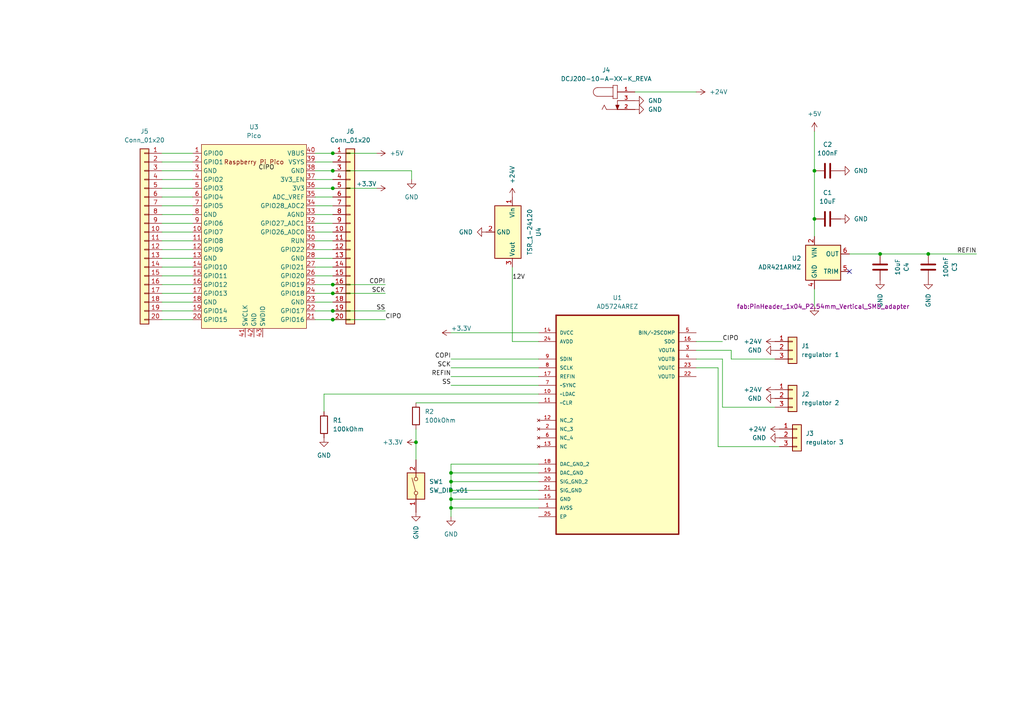
<source format=kicad_sch>
(kicad_sch (version 20231120) (generator "eeschema") (generator_version "8.0")
  (paper "A4")
  (lib_symbols
    (symbol "AD5724AREZ:AD5724AREZ" (pin_names (offset 1.016))
      (property "Reference" "U" (at -4.8514 29.8196 0))
      (property "Value" "AD5724AREZ" (at -11.6332 -39.6748 0))
      (symbol "AD5724AREZ_0_0"
        (rectangle (start -17.78 -35.56) (end 17.78 27.94) (stroke (width 0.4064)) (fill (type background)))
        (pin power_in line (at -22.86 -27.94 0) (length 5.08) (name "AVSS") (number "1"))
        (pin input line (at -22.86 5.08 0) (length 5.08) (name "~LDAC") (number "10"))
        (pin input line (at -22.86 2.54 0) (length 5.08) (name "~CLR") (number "11"))
        (pin no_connect line (at -22.86 -2.54 0) (length 5.08) (name "NC_2") (number "12"))
        (pin no_connect line (at -22.86 -10.16 0) (length 5.08) (name "NC") (number "13"))
        (pin power_in line (at -22.86 22.86 0) (length 5.08) (name "DVCC") (number "14"))
        (pin passive line (at -22.86 -25.4 0) (length 5.08) (name "GND") (number "15"))
        (pin output line (at 22.86 20.32 180) (length 5.08) (name "SDO") (number "16"))
        (pin input line (at -22.86 10.16 0) (length 5.08) (name "REFIN") (number "17"))
        (pin passive line (at -22.86 -15.24 0) (length 5.08) (name "DAC_GND_2") (number "18"))
        (pin passive line (at -22.86 -17.78 0) (length 5.08) (name "DAC_GND") (number "19"))
        (pin no_connect line (at -22.86 -5.08 0) (length 5.08) (name "NC_3") (number "2"))
        (pin passive line (at -22.86 -20.32 0) (length 5.08) (name "SIG_GND_2") (number "20"))
        (pin passive line (at -22.86 -22.86 0) (length 5.08) (name "SIG_GND") (number "21"))
        (pin output line (at 22.86 10.16 180) (length 5.08) (name "VOUTD") (number "22"))
        (pin output line (at 22.86 12.7 180) (length 5.08) (name "VOUTC") (number "23"))
        (pin power_in line (at -22.86 20.32 0) (length 5.08) (name "AVDD") (number "24"))
        (pin passive line (at -22.86 -30.48 0) (length 5.08) (name "EP") (number "25"))
        (pin output line (at 22.86 17.78 180) (length 5.08) (name "VOUTA") (number "3"))
        (pin output line (at 22.86 15.24 180) (length 5.08) (name "VOUTB") (number "4"))
        (pin output line (at 22.86 22.86 180) (length 5.08) (name "BIN/~2SCOMP") (number "5"))
        (pin no_connect line (at -22.86 -7.62 0) (length 5.08) (name "NC_4") (number "6"))
        (pin input line (at -22.86 7.62 0) (length 5.08) (name "~SYNC") (number "7"))
        (pin input line (at -22.86 12.7 0) (length 5.08) (name "SCLK") (number "8"))
        (pin input line (at -22.86 15.24 0) (length 5.08) (name "SDIN") (number "9"))
      )
    )
    (symbol "Connector_Generic:Conn_01x03" (pin_names (offset 1.016) hide)
      (property "Reference" "J" (at 0 5.08 0))
      (property "Value" "Conn_01x03" (at 0 -5.08 0))
      (symbol "Conn_01x03_1_1"
        (rectangle (start -1.27 -2.413) (end 0 -2.667) (stroke (width 0.1524)))
        (rectangle (start -1.27 0.127) (end 0 -0.127) (stroke (width 0.1524)))
        (rectangle (start -1.27 2.667) (end 0 2.413) (stroke (width 0.1524)))
        (rectangle (start -1.27 3.81) (end 1.27 -3.81) (stroke (width 0.254)) (fill (type background)))
        (pin passive line (at -5.08 2.54 0) (length 3.81) (name "Pin_1") (number "1"))
        (pin passive line (at -5.08 0 0) (length 3.81) (name "Pin_2") (number "2"))
        (pin passive line (at -5.08 -2.54 0) (length 3.81) (name "Pin_3") (number "3"))
      )
    )
    (symbol "Connector_Generic:Conn_01x20" (pin_names (offset 1.016) hide)
      (property "Reference" "J" (at 0 25.4 0))
      (property "Value" "Conn_01x20" (at 0 -27.94 0))
      (symbol "Conn_01x20_1_1"
        (rectangle (start -1.27 -25.273) (end 0 -25.527) (stroke (width 0.1524)))
        (rectangle (start -1.27 -22.733) (end 0 -22.987) (stroke (width 0.1524)))
        (rectangle (start -1.27 -20.193) (end 0 -20.447) (stroke (width 0.1524)))
        (rectangle (start -1.27 -17.653) (end 0 -17.907) (stroke (width 0.1524)))
        (rectangle (start -1.27 -15.113) (end 0 -15.367) (stroke (width 0.1524)))
        (rectangle (start -1.27 -12.573) (end 0 -12.827) (stroke (width 0.1524)))
        (rectangle (start -1.27 -10.033) (end 0 -10.287) (stroke (width 0.1524)))
        (rectangle (start -1.27 -7.493) (end 0 -7.747) (stroke (width 0.1524)))
        (rectangle (start -1.27 -4.953) (end 0 -5.207) (stroke (width 0.1524)))
        (rectangle (start -1.27 -2.413) (end 0 -2.667) (stroke (width 0.1524)))
        (rectangle (start -1.27 0.127) (end 0 -0.127) (stroke (width 0.1524)))
        (rectangle (start -1.27 2.667) (end 0 2.413) (stroke (width 0.1524)))
        (rectangle (start -1.27 5.207) (end 0 4.953) (stroke (width 0.1524)))
        (rectangle (start -1.27 7.747) (end 0 7.493) (stroke (width 0.1524)))
        (rectangle (start -1.27 10.287) (end 0 10.033) (stroke (width 0.1524)))
        (rectangle (start -1.27 12.827) (end 0 12.573) (stroke (width 0.1524)))
        (rectangle (start -1.27 15.367) (end 0 15.113) (stroke (width 0.1524)))
        (rectangle (start -1.27 17.907) (end 0 17.653) (stroke (width 0.1524)))
        (rectangle (start -1.27 20.447) (end 0 20.193) (stroke (width 0.1524)))
        (rectangle (start -1.27 22.987) (end 0 22.733) (stroke (width 0.1524)))
        (rectangle (start -1.27 24.13) (end 1.27 -26.67) (stroke (width 0.254)) (fill (type background)))
        (pin passive line (at -5.08 22.86 0) (length 3.81) (name "Pin_1") (number "1"))
        (pin passive line (at -5.08 0 0) (length 3.81) (name "Pin_10") (number "10"))
        (pin passive line (at -5.08 -2.54 0) (length 3.81) (name "Pin_11") (number "11"))
        (pin passive line (at -5.08 -5.08 0) (length 3.81) (name "Pin_12") (number "12"))
        (pin passive line (at -5.08 -7.62 0) (length 3.81) (name "Pin_13") (number "13"))
        (pin passive line (at -5.08 -10.16 0) (length 3.81) (name "Pin_14") (number "14"))
        (pin passive line (at -5.08 -12.7 0) (length 3.81) (name "Pin_15") (number "15"))
        (pin passive line (at -5.08 -15.24 0) (length 3.81) (name "Pin_16") (number "16"))
        (pin passive line (at -5.08 -17.78 0) (length 3.81) (name "Pin_17") (number "17"))
        (pin passive line (at -5.08 -20.32 0) (length 3.81) (name "Pin_18") (number "18"))
        (pin passive line (at -5.08 -22.86 0) (length 3.81) (name "Pin_19") (number "19"))
        (pin passive line (at -5.08 20.32 0) (length 3.81) (name "Pin_2") (number "2"))
        (pin passive line (at -5.08 -25.4 0) (length 3.81) (name "Pin_20") (number "20"))
        (pin passive line (at -5.08 17.78 0) (length 3.81) (name "Pin_3") (number "3"))
        (pin passive line (at -5.08 15.24 0) (length 3.81) (name "Pin_4") (number "4"))
        (pin passive line (at -5.08 12.7 0) (length 3.81) (name "Pin_5") (number "5"))
        (pin passive line (at -5.08 10.16 0) (length 3.81) (name "Pin_6") (number "6"))
        (pin passive line (at -5.08 7.62 0) (length 3.81) (name "Pin_7") (number "7"))
        (pin passive line (at -5.08 5.08 0) (length 3.81) (name "Pin_8") (number "8"))
        (pin passive line (at -5.08 2.54 0) (length 3.81) (name "Pin_9") (number "9"))
      )
    )
    (symbol "DCJ200-10-A-XX-K_REVA:DCJ200-10-A-XX-K_REVA" (pin_names (offset 1.016))
      (property "Reference" "J" (at -7.6272 5.0848 0))
      (property "Value" "DCJ200-10-A-XX-K_REVA" (at -7.6313 -5.0875 0))
      (symbol "DCJ200-10-A-XX-K_REVA_0_0"
        (arc (start -5.715 3.81) (mid -6.9795 2.54) (end -5.715 1.27) (stroke (width 0.1524)))
        (polyline (pts (xy -5.715 3.81) (xy -1.27 3.81)) (stroke (width 0.1524)))
        (polyline (pts (xy -3.81 -1.27) (xy -4.445 -2.54)) (stroke (width 0.1524)))
        (polyline (pts (xy -3.175 -2.54) (xy -3.81 -1.27)) (stroke (width 0.1524)))
        (polyline (pts (xy -1.27 0.635) (xy 0 0.635)) (stroke (width 0.1524)))
        (polyline (pts (xy -1.27 1.27) (xy -5.715 1.27)) (stroke (width 0.1524)))
        (polyline (pts (xy -1.27 1.27) (xy -1.27 0.635)) (stroke (width 0.1524)))
        (polyline (pts (xy -1.27 3.81) (xy -1.27 1.27)) (stroke (width 0.1524)))
        (polyline (pts (xy -1.27 4.445) (xy -1.27 3.81)) (stroke (width 0.1524)))
        (polyline (pts (xy 0 -2.54) (xy -3.175 -2.54)) (stroke (width 0.1524)))
        (polyline (pts (xy 0 0) (xy 0 -2.54)) (stroke (width 0.1524)))
        (polyline (pts (xy 0 0.635) (xy 0 4.445)) (stroke (width 0.1524)))
        (polyline (pts (xy 0 4.445) (xy -1.27 4.445)) (stroke (width 0.1524)))
        (polyline (pts (xy 0 -2.54) (xy -0.508 -1.27) (xy 0.508 -1.27) (xy 0 -2.54)) (stroke (width 0.1524)) (fill (type outline)))
        (pin passive line (at 5.08 2.54 180) (length 5.08) (name "~") (number "1"))
        (pin passive line (at 5.08 -2.54 180) (length 5.08) (name "~") (number "2"))
        (pin passive line (at 5.08 0 180) (length 5.08) (name "~") (number "3"))
      )
    )
    (symbol "Device:C" (pin_numbers hide) (pin_names (offset 0.254))
      (property "Reference" "C" (at 0.635 2.54 0))
      (property "Value" "C" (at 0.635 -2.54 0))
      (symbol "C_0_1"
        (polyline (pts (xy -2.032 -0.762) (xy 2.032 -0.762)) (stroke (width 0.508)))
        (polyline (pts (xy -2.032 0.762) (xy 2.032 0.762)) (stroke (width 0.508)))
      )
      (symbol "C_1_1"
        (pin passive line (at 0 3.81 270) (length 2.794) (name "~") (number "1"))
        (pin passive line (at 0 -3.81 90) (length 2.794) (name "~") (number "2"))
      )
    )
    (symbol "Device:R" (pin_numbers hide) (pin_names (offset 0))
      (property "Reference" "R" (at 2.032 0 90))
      (property "Value" "R" (at 0 0 90))
      (symbol "R_0_1"
        (rectangle (start -1.016 -2.54) (end 1.016 2.54) (stroke (width 0.254)))
      )
      (symbol "R_1_1"
        (pin passive line (at 0 3.81 270) (length 1.27) (name "~") (number "1"))
        (pin passive line (at 0 -3.81 90) (length 1.27) (name "~") (number "2"))
      )
    )
    (symbol "MCU_RaspberryPi_and_Boards:Pico"
      (property "Reference" "U" (at -13.97 27.94 0))
      (property "Value" "Pico" (at 0 19.05 0))
      (symbol "Pico_0_0"
        (text "Raspberry Pi Pico" (at 0 21.59 0) (effects (font (size 1.27 1.27))))
      )
      (symbol "Pico_0_1"
        (rectangle (start -15.24 26.67) (end 15.24 -26.67) (fill (type background)))
      )
      (symbol "Pico_1_1"
        (pin bidirectional line (at -17.78 24.13 0) (length 2.54) (name "GPIO0") (number "1"))
        (pin bidirectional line (at -17.78 1.27 0) (length 2.54) (name "GPIO7") (number "10"))
        (pin bidirectional line (at -17.78 -1.27 0) (length 2.54) (name "GPIO8") (number "11"))
        (pin bidirectional line (at -17.78 -3.81 0) (length 2.54) (name "GPIO9") (number "12"))
        (pin power_in line (at -17.78 -6.35 0) (length 2.54) (name "GND") (number "13"))
        (pin bidirectional line (at -17.78 -8.89 0) (length 2.54) (name "GPIO10") (number "14"))
        (pin bidirectional line (at -17.78 -11.43 0) (length 2.54) (name "GPIO11") (number "15"))
        (pin bidirectional line (at -17.78 -13.97 0) (length 2.54) (name "GPIO12") (number "16"))
        (pin bidirectional line (at -17.78 -16.51 0) (length 2.54) (name "GPIO13") (number "17"))
        (pin power_in line (at -17.78 -19.05 0) (length 2.54) (name "GND") (number "18"))
        (pin bidirectional line (at -17.78 -21.59 0) (length 2.54) (name "GPIO14") (number "19"))
        (pin bidirectional line (at -17.78 21.59 0) (length 2.54) (name "GPIO1") (number "2"))
        (pin bidirectional line (at -17.78 -24.13 0) (length 2.54) (name "GPIO15") (number "20"))
        (pin bidirectional line (at 17.78 -24.13 180) (length 2.54) (name "GPIO16") (number "21"))
        (pin bidirectional line (at 17.78 -21.59 180) (length 2.54) (name "GPIO17") (number "22"))
        (pin power_in line (at 17.78 -19.05 180) (length 2.54) (name "GND") (number "23"))
        (pin bidirectional line (at 17.78 -16.51 180) (length 2.54) (name "GPIO18") (number "24"))
        (pin bidirectional line (at 17.78 -13.97 180) (length 2.54) (name "GPIO19") (number "25"))
        (pin bidirectional line (at 17.78 -11.43 180) (length 2.54) (name "GPIO20") (number "26"))
        (pin bidirectional line (at 17.78 -8.89 180) (length 2.54) (name "GPIO21") (number "27"))
        (pin power_in line (at 17.78 -6.35 180) (length 2.54) (name "GND") (number "28"))
        (pin bidirectional line (at 17.78 -3.81 180) (length 2.54) (name "GPIO22") (number "29"))
        (pin power_in line (at -17.78 19.05 0) (length 2.54) (name "GND") (number "3"))
        (pin input line (at 17.78 -1.27 180) (length 2.54) (name "RUN") (number "30"))
        (pin bidirectional line (at 17.78 1.27 180) (length 2.54) (name "GPIO26_ADC0") (number "31"))
        (pin bidirectional line (at 17.78 3.81 180) (length 2.54) (name "GPIO27_ADC1") (number "32"))
        (pin power_in line (at 17.78 6.35 180) (length 2.54) (name "AGND") (number "33"))
        (pin bidirectional line (at 17.78 8.89 180) (length 2.54) (name "GPIO28_ADC2") (number "34"))
        (pin power_in line (at 17.78 11.43 180) (length 2.54) (name "ADC_VREF") (number "35"))
        (pin power_in line (at 17.78 13.97 180) (length 2.54) (name "3V3") (number "36"))
        (pin input line (at 17.78 16.51 180) (length 2.54) (name "3V3_EN") (number "37"))
        (pin bidirectional line (at 17.78 19.05 180) (length 2.54) (name "GND") (number "38"))
        (pin power_in line (at 17.78 21.59 180) (length 2.54) (name "VSYS") (number "39"))
        (pin bidirectional line (at -17.78 16.51 0) (length 2.54) (name "GPIO2") (number "4"))
        (pin power_in line (at 17.78 24.13 180) (length 2.54) (name "VBUS") (number "40"))
        (pin input line (at -2.54 -29.21 90) (length 2.54) (name "SWCLK") (number "41"))
        (pin power_in line (at 0 -29.21 90) (length 2.54) (name "GND") (number "42"))
        (pin bidirectional line (at 2.54 -29.21 90) (length 2.54) (name "SWDIO") (number "43"))
        (pin bidirectional line (at -17.78 13.97 0) (length 2.54) (name "GPIO3") (number "5"))
        (pin bidirectional line (at -17.78 11.43 0) (length 2.54) (name "GPIO4") (number "6"))
        (pin bidirectional line (at -17.78 8.89 0) (length 2.54) (name "GPIO5") (number "7"))
        (pin power_in line (at -17.78 6.35 0) (length 2.54) (name "GND") (number "8"))
        (pin bidirectional line (at -17.78 3.81 0) (length 2.54) (name "GPIO6") (number "9"))
      )
    )
    (symbol "Reference_Voltage:ADR421ARMZ"
      (property "Reference" "U" (at 0 6.35 0))
      (property "Value" "ADR421ARMZ" (at 3.81 -6.35 0))
      (symbol "ADR421ARMZ_0_1"
        (rectangle (start 5.08 -5.08) (end -5.08 5.08) (stroke (width 0.254)) (fill (type background)))
        (pin no_connect line (at -5.08 0 0) (length 2.54) hide (name "TP") (number "1"))
        (pin power_in line (at -2.54 7.62 270) (length 2.54) (name "VIN") (number "2"))
        (pin no_connect line (at 5.08 0 180) (length 2.54) hide (name "NC") (number "3"))
        (pin power_in line (at -2.54 -7.62 90) (length 2.54) (name "GND") (number "4"))
        (pin passive line (at 7.62 -2.54 180) (length 2.54) (name "TRIM") (number "5"))
        (pin output line (at 7.62 2.54 180) (length 2.54) (name "OUT") (number "6"))
        (pin no_connect line (at -5.08 2.54 0) (length 2.54) hide (name "NC") (number "7"))
        (pin no_connect line (at -5.08 -2.54 0) (length 2.54) hide (name "TP") (number "8"))
      )
    )
    (symbol "Regulator_Switching:TSR_1-24120"
      (property "Reference" "U" (at -7.62 6.35 0))
      (property "Value" "TSR_1-24120" (at -1.27 6.35 0))
      (symbol "TSR_1-24120_0_1"
        (rectangle (start -7.62 5.08) (end 7.62 -2.54) (stroke (width 0.254)) (fill (type background)))
      )
      (symbol "TSR_1-24120_1_1"
        (pin power_in line (at -10.16 2.54 0) (length 2.54) (name "Vin") (number "1"))
        (pin power_in line (at 0 -5.08 90) (length 2.54) (name "GND") (number "2"))
        (pin power_out line (at 10.16 2.54 180) (length 2.54) (name "Vout") (number "3"))
      )
    )
    (symbol "Switch:SW_DIP_x01" (pin_names (offset 0) hide)
      (property "Reference" "SW" (at 0 3.81 0))
      (property "Value" "SW_DIP_x01" (at 0 -3.81 0))
      (symbol "SW_DIP_x01_0_0"
        (circle (center -2.032 0) (radius 0.508))
        (polyline (pts (xy -1.524 0.127) (xy 2.3622 1.1684)))
        (circle (center 2.032 0) (radius 0.508))
      )
      (symbol "SW_DIP_x01_0_1"
        (rectangle (start -3.81 2.54) (end 3.81 -2.54) (stroke (width 0.254)) (fill (type background)))
      )
      (symbol "SW_DIP_x01_1_1"
        (pin passive line (at -7.62 0 0) (length 5.08) (name "~") (number "1"))
        (pin passive line (at 7.62 0 180) (length 5.08) (name "~") (number "2"))
      )
    )
    (symbol "power:+24V" (power) (pin_names (offset 0))
      (property "Value" "+24V" (at 0 3.556 0))
      (symbol "+24V_0_1"
        (polyline (pts (xy -0.762 1.27) (xy 0 2.54)))
        (polyline (pts (xy 0 0) (xy 0 2.54)))
        (polyline (pts (xy 0 2.54) (xy 0.762 1.27)))
      )
      (symbol "+24V_1_1"
        (pin power_in line (at 0 0 90) (length 0) hide (name "+24V") (number "1"))
      )
    )
    (symbol "power:+3.3V" (power) (pin_names (offset 0))
      (property "Value" "+3.3V" (at 0 3.556 0))
      (symbol "+3.3V_0_1"
        (polyline (pts (xy -0.762 1.27) (xy 0 2.54)))
        (polyline (pts (xy 0 0) (xy 0 2.54)))
        (polyline (pts (xy 0 2.54) (xy 0.762 1.27)))
      )
      (symbol "+3.3V_1_1"
        (pin power_in line (at 0 0 90) (length 0) hide (name "+3.3V") (number "1"))
      )
    )
    (symbol "power:+5V" (power) (pin_names (offset 0))
      (property "Value" "+5V" (at 0 3.556 0))
      (symbol "+5V_0_1"
        (polyline (pts (xy -0.762 1.27) (xy 0 2.54)))
        (polyline (pts (xy 0 0) (xy 0 2.54)))
        (polyline (pts (xy 0 2.54) (xy 0.762 1.27)))
      )
      (symbol "+5V_1_1"
        (pin power_in line (at 0 0 90) (length 0) hide (name "+5V") (number "1"))
      )
    )
    (symbol "power:GND" (power) (pin_names (offset 0))
      (property "Value" "GND" (at 0 -3.81 0))
      (symbol "GND_0_1"
        (polyline (pts (xy 0 0) (xy 0 -1.27) (xy 1.27 -1.27) (xy 0 -2.54) (xy -1.27 -1.27) (xy 0 -1.27)))
      )
      (symbol "GND_1_1"
        (pin power_in line (at 0 0 270) (length 0) hide (name "GND") (number "1"))
      )
    )
  )
  (junction (at 130.81 142.24))
  (junction (at 130.81 137.16))
  (junction (at 236.22 63.5))
  (junction (at 96.52 82.55))
  (junction (at 96.52 85.09))
  (junction (at 269.24 73.66))
  (junction (at 96.52 54.61))
  (junction (at 120.65 128.27))
  (junction (at 236.22 49.53))
  (junction (at 96.52 49.53))
  (junction (at 255.27 73.66))
  (junction (at 96.52 92.71))
  (junction (at 130.81 139.7))
  (junction (at 96.52 44.45))
  (junction (at 96.52 90.17))
  (junction (at 130.81 147.32))
  (junction (at 130.81 144.78))
  (no_connect (at 246.38 78.74))
  (wire (pts (xy 201.93 106.68) (xy 208.28 106.68)))
  (wire (pts (xy 236.22 38.1) (xy 236.22 49.53)))
  (wire (pts (xy 209.55 104.14) (xy 209.55 118.11)))
  (wire (pts (xy 91.44 49.53) (xy 96.52 49.53)))
  (wire (pts (xy 46.99 57.15) (xy 55.88 57.15)))
  (wire (pts (xy 156.21 99.06) (xy 148.59 99.06)))
  (wire (pts (xy 96.52 85.09) (xy 111.76 85.09)))
  (wire (pts (xy 246.38 73.66) (xy 255.27 73.66)))
  (wire (pts (xy 130.81 104.14) (xy 156.21 104.14)))
  (wire (pts (xy 46.99 74.93) (xy 55.88 74.93)))
  (wire (pts (xy 269.24 73.66) (xy 283.21 73.66)))
  (wire (pts (xy 130.81 142.24) (xy 156.21 142.24)))
  (wire (pts (xy 156.21 116.84) (xy 120.65 116.84)))
  (wire (pts (xy 96.52 54.61) (xy 109.22 54.61)))
  (wire (pts (xy 46.99 59.69) (xy 55.88 59.69)))
  (wire (pts (xy 156.21 144.78) (xy 130.81 144.78)))
  (wire (pts (xy 91.44 44.45) (xy 96.52 44.45)))
  (wire (pts (xy 91.44 85.09) (xy 96.52 85.09)))
  (wire (pts (xy 91.44 92.71) (xy 96.52 92.71)))
  (wire (pts (xy 156.21 96.52) (xy 130.81 96.52)))
  (wire (pts (xy 46.99 67.31) (xy 55.88 67.31)))
  (wire (pts (xy 96.52 82.55) (xy 111.76 82.55)))
  (wire (pts (xy 46.99 54.61) (xy 55.88 54.61)))
  (wire (pts (xy 46.99 90.17) (xy 55.88 90.17)))
  (wire (pts (xy 91.44 46.99) (xy 96.52 46.99)))
  (wire (pts (xy 236.22 63.5) (xy 236.22 68.58)))
  (wire (pts (xy 120.65 128.27) (xy 120.65 133.35)))
  (wire (pts (xy 208.28 106.68) (xy 208.28 129.54)))
  (wire (pts (xy 93.98 114.3) (xy 93.98 119.38)))
  (wire (pts (xy 201.93 104.14) (xy 209.55 104.14)))
  (wire (pts (xy 156.21 147.32) (xy 130.81 147.32)))
  (wire (pts (xy 201.93 99.06) (xy 209.55 99.06)))
  (wire (pts (xy 91.44 57.15) (xy 96.52 57.15)))
  (wire (pts (xy 91.44 74.93) (xy 96.52 74.93)))
  (wire (pts (xy 91.44 52.07) (xy 96.52 52.07)))
  (wire (pts (xy 46.99 85.09) (xy 55.88 85.09)))
  (wire (pts (xy 91.44 64.77) (xy 96.52 64.77)))
  (wire (pts (xy 96.52 49.53) (xy 119.38 49.53)))
  (wire (pts (xy 46.99 69.85) (xy 55.88 69.85)))
  (wire (pts (xy 156.21 114.3) (xy 93.98 114.3)))
  (wire (pts (xy 46.99 87.63) (xy 55.88 87.63)))
  (wire (pts (xy 46.99 64.77) (xy 55.88 64.77)))
  (wire (pts (xy 91.44 69.85) (xy 96.52 69.85)))
  (wire (pts (xy 96.52 44.45) (xy 109.22 44.45)))
  (wire (pts (xy 156.21 134.62) (xy 130.81 134.62)))
  (wire (pts (xy 46.99 46.99) (xy 55.88 46.99)))
  (wire (pts (xy 255.27 73.66) (xy 269.24 73.66)))
  (wire (pts (xy 130.81 109.22) (xy 156.21 109.22)))
  (wire (pts (xy 96.52 92.71) (xy 111.76 92.71)))
  (wire (pts (xy 91.44 72.39) (xy 96.52 72.39)))
  (wire (pts (xy 91.44 67.31) (xy 96.52 67.31)))
  (wire (pts (xy 91.44 90.17) (xy 96.52 90.17)))
  (wire (pts (xy 46.99 62.23) (xy 55.88 62.23)))
  (wire (pts (xy 96.52 90.17) (xy 111.76 90.17)))
  (wire (pts (xy 120.65 124.46) (xy 120.65 128.27)))
  (wire (pts (xy 224.79 104.14) (xy 212.09 104.14)))
  (wire (pts (xy 130.81 137.16) (xy 130.81 139.7)))
  (wire (pts (xy 130.81 139.7) (xy 130.81 142.24)))
  (wire (pts (xy 130.81 106.68) (xy 156.21 106.68)))
  (wire (pts (xy 46.99 92.71) (xy 55.88 92.71)))
  (wire (pts (xy 130.81 147.32) (xy 130.81 149.86)))
  (wire (pts (xy 91.44 82.55) (xy 96.52 82.55)))
  (wire (pts (xy 91.44 87.63) (xy 96.52 87.63)))
  (wire (pts (xy 130.81 139.7) (xy 156.21 139.7)))
  (wire (pts (xy 130.81 111.76) (xy 156.21 111.76)))
  (wire (pts (xy 46.99 72.39) (xy 55.88 72.39)))
  (wire (pts (xy 46.99 82.55) (xy 55.88 82.55)))
  (wire (pts (xy 46.99 80.01) (xy 55.88 80.01)))
  (wire (pts (xy 212.09 101.6) (xy 201.93 101.6)))
  (wire (pts (xy 212.09 104.14) (xy 212.09 101.6)))
  (wire (pts (xy 184.15 26.67) (xy 201.93 26.67)))
  (wire (pts (xy 91.44 80.01) (xy 96.52 80.01)))
  (wire (pts (xy 91.44 62.23) (xy 96.52 62.23)))
  (wire (pts (xy 46.99 77.47) (xy 55.88 77.47)))
  (wire (pts (xy 130.81 142.24) (xy 130.81 144.78)))
  (wire (pts (xy 236.22 49.53) (xy 236.22 63.5)))
  (wire (pts (xy 208.28 129.54) (xy 226.06 129.54)))
  (wire (pts (xy 130.81 144.78) (xy 130.81 147.32)))
  (wire (pts (xy 46.99 44.45) (xy 55.88 44.45)))
  (wire (pts (xy 46.99 49.53) (xy 55.88 49.53)))
  (wire (pts (xy 91.44 54.61) (xy 96.52 54.61)))
  (wire (pts (xy 209.55 118.11) (xy 224.79 118.11)))
  (wire (pts (xy 130.81 134.62) (xy 130.81 137.16)))
  (wire (pts (xy 148.59 77.47) (xy 148.59 99.06)))
  (wire (pts (xy 91.44 77.47) (xy 96.52 77.47)))
  (wire (pts (xy 119.38 49.53) (xy 119.38 52.07)))
  (wire (pts (xy 91.44 59.69) (xy 96.52 59.69)))
  (wire (pts (xy 236.22 83.82) (xy 236.22 88.9)))
  (wire (pts (xy 130.81 137.16) (xy 156.21 137.16)))
  (wire (pts (xy 46.99 52.07) (xy 55.88 52.07)))
  (label "REFIN" (at 130.81 109.22 180))
  (label "CIPO" (at 74.93 49.53 0))
  (label "SCK" (at 111.76 85.09 180))
  (label "12V" (at 148.59 81.28 0))
  (label "SCK" (at 130.81 106.68 180))
  (label "SS" (at 111.76 90.17 180))
  (label "CIPO" (at 111.76 92.71 0))
  (label "REFIN" (at 283.21 73.66 180))
  (label "CIPO" (at 209.55 99.06 0))
  (label "COPI" (at 130.81 104.14 180))
  (label "SS" (at 130.81 111.76 180))
  (label "COPI" (at 111.76 82.55 180))
  (symbol (lib_id "power:+5V") (at 236.22 38.1 0) (unit 1)
    (property "Reference" "#PWR07" (effects (hide yes)))
    (property "Value" "+5V" (at 236.22 33.02 0))
  )
  (symbol (lib_id "Device:C") (at 240.03 63.5 270) (unit 1)
    (property "Reference" "C1" (at 240.03 55.88 90))
    (property "Value" "10uF" (at 240.03 58.42 90))
    (property "Footprint" "Capacitor_SMD:C_0805_2012Metric_Pad1.18x1.45mm_HandSolder" (effects (hide yes)))
  )
  (symbol (lib_id "power:GND") (at 184.15 29.21 90) (unit 1)
    (property "Reference" "#PWR022" (effects (hide yes)))
    (property "Value" "GND" (at 187.96 29.21 90) (effects (justify right)))
  )
  (symbol (lib_id "Device:C") (at 240.03 49.53 270) (unit 1)
    (property "Reference" "C2" (at 240.03 41.91 90))
    (property "Value" "100nF" (at 240.03 44.45 90))
    (property "Footprint" "Capacitor_SMD:C_0805_2012Metric_Pad1.18x1.45mm_HandSolder" (effects (hide yes)))
  )
  (symbol (lib_id "Device:R") (at 120.65 120.65 0) (unit 1)
    (property "Reference" "R2" (at 123.19 119.38 0) (effects (justify left)))
    (property "Value" "100kOhm" (at 123.19 121.92 0) (effects (justify left)))
    (property "Footprint" "Resistor_SMD:R_0805_2012Metric_Pad1.20x1.40mm_HandSolder" (effects (hide yes)))
  )
  (symbol (lib_id "power:GND") (at 120.65 148.59 0) (unit 1)
    (property "Reference" "#PWR06" (effects (hide yes)))
    (property "Value" "GND" (at 120.65 152.4 90) (effects (justify right)))
  )
  (symbol (lib_id "power:GND") (at 255.27 81.28 0) (unit 1)
    (property "Reference" "#PWR011" (effects (hide yes)))
    (property "Value" "GND" (at 255.27 85.09 90) (effects (justify right)))
  )
  (symbol (lib_id "power:+3.3V") (at 120.65 128.27 90) (unit 1)
    (property "Reference" "#PWR020" (effects (hide yes)))
    (property "Value" "+3.3V" (at 116.84 128.27 90) (effects (justify left)))
  )
  (symbol (lib_id "power:GND") (at 224.79 115.57 270) (unit 1)
    (property "Reference" "#PWR014" (effects (hide yes)))
    (property "Value" "GND" (at 220.98 115.57 90) (effects (justify right)))
  )
  (symbol (lib_id "Device:C") (at 269.24 77.47 180) (unit 1)
    (property "Reference" "C3" (at 276.86 77.47 90))
    (property "Value" "100nF" (at 274.32 77.47 90))
    (property "Footprint" "Capacitor_SMD:C_0805_2012Metric_Pad1.18x1.45mm_HandSolder" (effects (hide yes)))
  )
  (symbol (lib_id "power:+24V") (at 226.06 124.46 90) (unit 1)
    (property "Reference" "#PWR026" (effects (hide yes)))
    (property "Value" "+24V" (at 222.25 124.46 90) (effects (justify left)))
  )
  (symbol (lib_id "DCJ200-10-A-XX-K_REVA:DCJ200-10-A-XX-K_REVA") (at 179.07 29.21 0) (unit 1)
    (property "Reference" "J4" (at 175.8342 20.32 0))
    (property "Value" "DCJ200-10-A-XX-K_REVA" (at 175.8342 22.86 0))
    (property "Footprint" "DCJ200-10-A-XX-K_REVA:GCT_DCJ200-10-A-XX-K_REVA" (effects (hide yes)))
    (property "Description" "\nPower Barrel Connector Jack 2.05mm ID (0.081), 5.50mm OD (0.217) Through Hole, Right Angle\n" (effects (hide yes)))
    (property "MF" "Global Connector Technology" (effects (hide yes)))
    (property "MAXIMUM_PACKAGE_HEIGHT" "11 mm" (effects (hide yes)))
    (property "Package" "None" (effects (hide yes)))
    (property "Price" "None" (effects (hide yes)))
    (property "Check_prices" "https://www.snapeda.com/parts/DCJ200-10-A-K1-K/Global+Connector+Technology/view-part/?ref=eda" (effects (hide yes)))
    (property "STANDARD" "Manufacturer Recommendations" (effects (hide yes)))
    (property "PARTREV" "A" (effects (hide yes)))
    (property "SnapEDA_Link" "https://www.snapeda.com/parts/DCJ200-10-A-K1-K/Global+Connector+Technology/view-part/?ref=snap" (effects (hide yes)))
    (property "MP" "DCJ200-10-A-K1-K" (effects (hide yes)))
    (property "Purchase-URL" "https://www.snapeda.com/api/url_track_click_mouser/?unipart_id=641259&manufacturer=Global Connector Technology&part_name=DCJ200-10-A-K1-K&search_term=None" (effects (hide yes)))
    (property "MANUFACTURER" "Global Connector Technology" (effects (hide yes)))
    (property "Availability" "Not in stock" (effects (hide yes)))
    (property "SNAPEDA_PN" "DCJ200-10-A-K1-K" (effects (hide yes)))
  )
  (symbol (lib_id "power:GND") (at 243.84 63.5 90) (unit 1)
    (property "Reference" "#PWR09" (effects (hide yes)))
    (property "Value" "GND" (at 247.65 63.5 90) (effects (justify right)))
  )
  (symbol (lib_id "AD5724AREZ:AD5724AREZ") (at 179.07 119.38 0) (unit 1)
    (property "Reference" "U1" (at 179.07 86.36 0))
    (property "Value" "AD5724AREZ" (at 179.07 88.9 0))
    (property "Footprint" "fab:PinHeader_1x12_P2.54mm_Vertical_SMD_adapter" (effects (hide yes)))
    (property "Description" "\nComplete, Quad, 12-Bit, Serial Input, Unipolar/Bipolar Voltage Output DACs\n" (effects (hide yes)))
    (property "MF" "Analog Devices" (effects (hide yes)))
    (property "PACKAGE" "TSSOP-24" (effects (hide yes)))
    (property "MPN" "AD5724AREZ" (effects (hide yes)))
    (property "Price" "None" (effects (hide yes)))
    (property "Package" "TSSOP -24 Analog Devices" (effects (hide yes)))
    (property "OC_FARNELL" "1776674" (effects (hide yes)))
    (property "SnapEDA_Link" "https://www.snapeda.com/parts/AD5724AREZ/Analog+Devices/view-part/?ref=snap" (effects (hide yes)))
    (property "MP" "AD5724AREZ" (effects (hide yes)))
    (property "Purchase-URL" "https://www.snapeda.com/api/url_track_click_mouser/?unipart_id=42688&manufacturer=Analog Devices&part_name=AD5724AREZ&search_term=None" (effects (hide yes)))
    (property "SUPPLIER" "Analog Devices" (effects (hide yes)))
    (property "OC_NEWARK" "07P8934" (effects (hide yes)))
    (property "Availability" "In Stock" (effects (hide yes)))
    (property "Check_prices" "https://www.snapeda.com/parts/AD5724AREZ/Analog+Devices/view-part/?ref=eda" (effects (hide yes)))
  )
  (symbol (lib_id "Regulator_Switching:TSR_1-24120") (at 146.05 67.31 270) (unit 1)
    (property "Reference" "U4" (at 156.21 67.31 0))
    (property "Value" "TSR_1-24120" (at 153.67 67.31 0))
    (property "Footprint" "Converter_DCDC:Converter_DCDC_TRACO_TSR-1_THT" (effects (hide yes)))
    (property "Datasheet" "http://www.tracopower.com/products/tsr1.pdf" (effects (hide yes)))
  )
  (symbol (lib_id "Connector_Generic:Conn_01x03") (at 229.87 115.57 0) (unit 1)
    (property "Reference" "J2" (at 232.41 114.2999 0) (effects (justify left)))
    (property "Value" "regulator 2" (at 232.41 116.8399 0) (effects (justify left)))
    (property "Footprint" "Connector_PinHeader_2.54mm:PinHeader_1x03_P2.54mm_Vertical_SMD_Pin1Left" (effects (hide yes)))
    (property "Description" "Generic connector, single row, 01x03, script generated (kicad-library-utils/schlib/autogen/connector/)" (effects (hide yes)))
  )
  (symbol (lib_id "power:+3.3V") (at 109.22 54.61 270) (mirror x) (unit 1)
    (property "Reference" "#PWR025" (effects (hide yes)))
    (property "Value" "+3.3V" (at 109.22 53.34 90) (effects (justify right)))
  )
  (symbol (lib_id "Connector_Generic:Conn_01x03") (at 231.14 127 0) (unit 1)
    (property "Reference" "J3" (at 233.68 125.7299 0) (effects (justify left)))
    (property "Value" "regulator 3" (at 233.68 128.2699 0) (effects (justify left)))
    (property "Footprint" "Connector_PinHeader_2.54mm:PinHeader_1x03_P2.54mm_Vertical_SMD_Pin1Left" (effects (hide yes)))
    (property "Description" "Generic connector, single row, 01x03, script generated (kicad-library-utils/schlib/autogen/connector/)" (effects (hide yes)))
  )
  (symbol (lib_id "MCU_RaspberryPi_and_Boards:Pico") (at 73.66 68.58 0) (unit 1)
    (property "Reference" "U3" (at 73.66 36.83 0))
    (property "Value" "Pico" (at 73.66 39.37 0))
    (property "Footprint" "fab:RaspberryPi_PicoW_SocketSMD" (effects (hide yes)))
  )
  (symbol (lib_id "Connector_Generic:Conn_01x03") (at 229.87 101.6 0) (unit 1)
    (property "Reference" "J1" (at 232.41 100.3299 0) (effects (justify left)))
    (property "Value" "regulator 1" (at 232.41 102.8699 0) (effects (justify left)))
    (property "Footprint" "Connector_PinHeader_2.54mm:PinHeader_1x03_P2.54mm_Vertical_SMD_Pin1Left" (effects (hide yes)))
    (property "Description" "Generic connector, single row, 01x03, script generated (kicad-library-utils/schlib/autogen/connector/)" (effects (hide yes)))
  )
  (symbol (lib_id "Connector_Generic:Conn_01x20") (at 101.6 67.31 0) (unit 1)
    (property "Reference" "J6" (at 101.6 38.1 0))
    (property "Value" "Conn_01x20" (at 101.6 40.64 0))
    (property "Footprint" "Connector_PinHeader_2.54mm:PinHeader_1x20_P2.54mm_Vertical_SMD_Pin1Left" (effects (hide yes)))
    (property "Description" "Generic connector, single row, 01x20, script generated (kicad-library-utils/schlib/autogen/connector/)" (effects (hide yes)))
  )
  (symbol (lib_id "Device:C") (at 255.27 77.47 180) (unit 1)
    (property "Reference" "C4" (at 262.89 77.47 90))
    (property "Value" "10uF" (at 260.35 77.47 90))
    (property "Footprint" "Capacitor_SMD:C_0805_2012Metric_Pad1.18x1.45mm_HandSolder" (effects (hide yes)))
  )
  (symbol (lib_id "power:GND") (at 130.81 149.86 0) (unit 1)
    (property "Reference" "#PWR02" (effects (hide yes)))
    (property "Value" "GND" (at 130.81 154.94 0))
  )
  (symbol (lib_id "power:GND") (at 236.22 88.9 0) (unit 1)
    (property "Reference" "#PWR05" (effects (hide yes)))
    (property "Value" "GND" (effects (hide yes)))
  )
  (symbol (lib_id "power:GND") (at 140.97 67.31 270) (unit 1)
    (property "Reference" "#PWR019" (effects (hide yes)))
    (property "Value" "GND" (at 137.16 67.31 90) (effects (justify right)))
  )
  (symbol (lib_id "power:GND") (at 184.15 31.75 90) (unit 1)
    (property "Reference" "#PWR023" (effects (hide yes)))
    (property "Value" "GND" (at 187.96 31.75 90) (effects (justify right)))
  )
  (symbol (lib_id "power:+24V") (at 224.79 99.06 90) (unit 1)
    (property "Reference" "#PWR015" (effects (hide yes)))
    (property "Value" "+24V" (at 220.98 99.06 90) (effects (justify left)))
  )
  (symbol (lib_id "Connector_Generic:Conn_01x20") (at 41.91 67.31 0) (mirror y) (unit 1)
    (property "Reference" "J5" (at 41.91 38.1 0))
    (property "Value" "Conn_01x20" (at 41.91 40.64 0))
    (property "Footprint" "Connector_PinHeader_2.54mm:PinHeader_1x20_P2.54mm_Vertical_SMD_Pin1Left" (effects (hide yes)))
    (property "Description" "Generic connector, single row, 01x20, script generated (kicad-library-utils/schlib/autogen/connector/)" (effects (hide yes)))
  )
  (symbol (lib_id "Switch:SW_DIP_x01") (at 120.65 140.97 90) (unit 1)
    (property "Reference" "SW1" (at 124.46 139.7 90) (effects (justify right)))
    (property "Value" "SW_DIP_x01" (at 124.46 142.24 90) (effects (justify right)))
    (property "Footprint" "fab:Button_Omron_B3SN_6.0x6.0mm" (effects (hide yes)))
  )
  (symbol (lib_id "power:GND") (at 119.38 52.07 0) (unit 1)
    (property "Reference" "#PWR04" (effects (hide yes)))
    (property "Value" "GND" (at 119.38 57.15 0))
  )
  (symbol (lib_id "power:GND") (at 269.24 81.28 0) (unit 1)
    (property "Reference" "#PWR010" (effects (hide yes)))
    (property "Value" "GND" (at 269.24 85.09 90) (effects (justify right)))
  )
  (symbol (lib_id "power:+24V") (at 224.79 113.03 90) (unit 1)
    (property "Reference" "#PWR013" (effects (hide yes)))
    (property "Value" "+24V" (at 220.98 113.03 90) (effects (justify left)))
  )
  (symbol (lib_id "power:GND") (at 224.79 101.6 270) (unit 1)
    (property "Reference" "#PWR016" (effects (hide yes)))
    (property "Value" "GND" (at 220.98 101.6 90) (effects (justify right)))
  )
  (symbol (lib_id "Reference_Voltage:ADR421ARMZ") (at 238.76 76.2 0) (unit 1)
    (property "Reference" "U2" (at 232.41 74.93 0) (effects (justify right)))
    (property "Value" "ADR421ARMZ" (at 232.41 77.47 0) (effects (justify right)))
    (property "Footprint" "fab:PinHeader_1x04_P2.54mm_Vertical_SMD_adapter" (at 238.76 88.9 0))
    (property "Datasheet" "https://www.analog.com/media/en/technical-documentation/data-sheets/adr420_421_423_425.pdf" (effects (hide yes)))
  )
  (symbol (lib_id "power:+3.3V") (at 130.81 96.52 90) (unit 1)
    (property "Reference" "#PWR01" (effects (hide yes)))
    (property "Value" "+3.3V" (at 130.81 95.25 90) (effects (justify right)))
  )
  (symbol (lib_id "Device:R") (at 93.98 123.19 0) (unit 1)
    (property "Reference" "R1" (at 96.52 121.92 0) (effects (justify left)))
    (property "Value" "100kOhm" (at 96.52 124.46 0) (effects (justify left)))
    (property "Footprint" "Resistor_SMD:R_0805_2012Metric_Pad1.20x1.40mm_HandSolder" (effects (hide yes)))
  )
  (symbol (lib_id "power:+24V") (at 201.93 26.67 270) (unit 1)
    (property "Reference" "#PWR021" (effects (hide yes)))
    (property "Value" "+24V" (at 205.74 26.67 90) (effects (justify left)))
  )
  (symbol (lib_id "power:+5V") (at 109.22 44.45 270) (unit 1)
    (property "Reference" "#PWR024" (effects (hide yes)))
    (property "Value" "+5V" (at 113.03 44.4499 90) (effects (justify left)))
  )
  (symbol (lib_id "power:GND") (at 226.06 127 270) (unit 1)
    (property "Reference" "#PWR027" (effects (hide yes)))
    (property "Value" "GND" (at 222.25 127 90) (effects (justify right)))
  )
  (symbol (lib_id "power:+24V") (at 148.59 57.15 0) (unit 1)
    (property "Reference" "#PWR012" (effects (hide yes)))
    (property "Value" "+24V" (at 148.59 53.34 90) (effects (justify left)))
  )
  (symbol (lib_id "power:GND") (at 93.98 127 0) (unit 1)
    (property "Reference" "#PWR03" (effects (hide yes)))
    (property "Value" "GND" (at 93.98 132.08 0))
  )
  (symbol (lib_id "power:GND") (at 243.84 49.53 90) (unit 1)
    (property "Reference" "#PWR08" (effects (hide yes)))
    (property "Value" "GND" (at 247.65 49.53 90) (effects (justify right)))
  )
)
</source>
